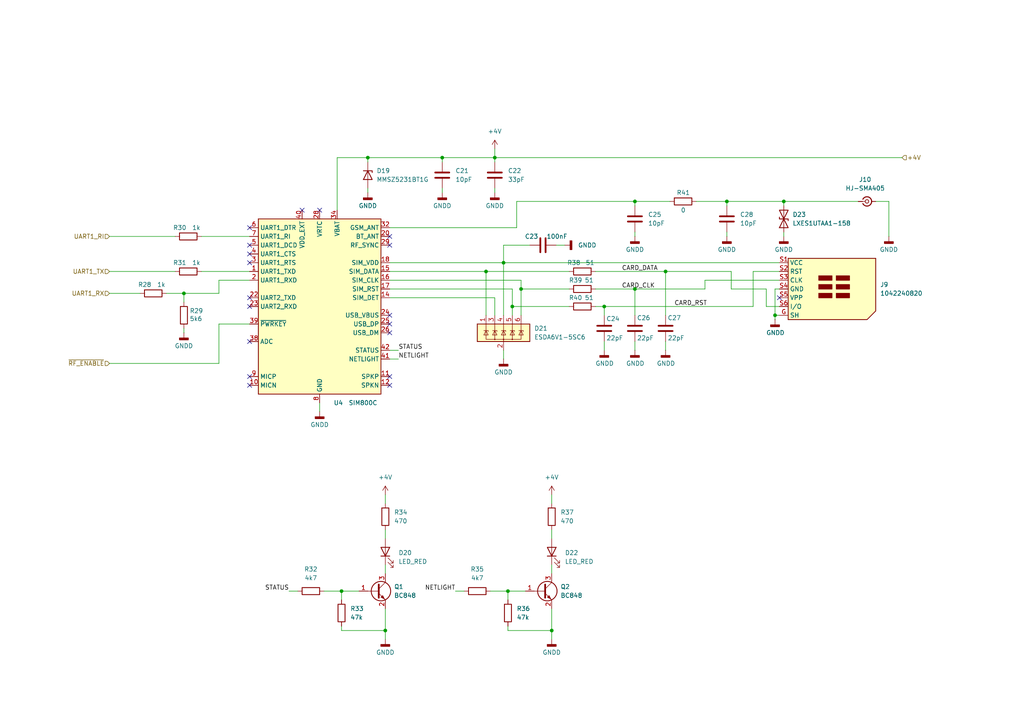
<source format=kicad_sch>
(kicad_sch (version 20250114) (generator "eeschema") (generator_version "9.0")
  (paper "A4")
  (lib_symbols
    (symbol "Device:C" (pin_numbers (hide yes)) (pin_names (offset 0.254))
      (property "Reference" "C" (at 0.635 2.54 0))
      (property "Value" "C" (at 0.635 -2.54 0))
      (symbol "C_0_1"
        (polyline (pts (xy -2.032 0.762) (xy 2.032 0.762)) (stroke (width 0.508)))
        (polyline (pts (xy -2.032 -0.762) (xy 2.032 -0.762)) (stroke (width 0.508)))
      )
      (symbol "C_1_1"
        (pin passive line (at 0 3.81 270) (length 2.794) (name "~") (number "1"))
        (pin passive line (at 0 -3.81 90) (length 2.794) (name "~") (number "2"))
      )
    )
    (symbol "Device:D_TVS" (pin_numbers (hide yes)) (pin_names (offset 1.016) (hide yes))
      (property "Reference" "D" (at 0 2.54 0))
      (property "Value" "D_TVS" (at 0 -2.54 0))
      (symbol "D_TVS_0_1"
        (polyline (pts (xy -2.54 1.27) (xy -2.54 -1.27) (xy 2.54 1.27) (xy 2.54 -1.27) (xy -2.54 1.27)) (stroke (width 0.254)))
        (polyline (pts (xy 0.508 1.27) (xy 0 1.27) (xy 0 -1.27) (xy -0.508 -1.27)) (stroke (width 0.254)))
        (polyline (pts (xy 1.27 0) (xy -1.27 0)))
      )
      (symbol "D_TVS_1_1"
        (pin passive line (at -3.81 0 0) (length 2.54) (name "A1") (number "1"))
        (pin passive line (at 3.81 0 180) (length 2.54) (name "A2") (number "2"))
      )
    )
    (symbol "Device:D_Zener" (pin_numbers (hide yes)) (pin_names (offset 1.016) (hide yes))
      (property "Reference" "D" (at 0 2.54 0))
      (property "Value" "D_Zener" (at 0 -2.54 0))
      (symbol "D_Zener_0_1"
        (polyline (pts (xy -1.27 -1.27) (xy -1.27 1.27) (xy -0.762 1.27)) (stroke (width 0.254)))
        (polyline (pts (xy 1.27 0) (xy -1.27 0)))
        (polyline (pts (xy 1.27 -1.27) (xy 1.27 1.27) (xy -1.27 0) (xy 1.27 -1.27)) (stroke (width 0.254)))
      )
      (symbol "D_Zener_1_1"
        (pin passive line (at -3.81 0 0) (length 2.54) (name "K") (number "1"))
        (pin passive line (at 3.81 0 180) (length 2.54) (name "A") (number "2"))
      )
    )
    (symbol "Device:LED" (pin_numbers (hide yes)) (pin_names (offset 1.016) (hide yes))
      (property "Reference" "D" (at 0 2.54 0))
      (property "Value" "LED" (at 0 -2.54 0))
      (symbol "LED_0_1"
        (polyline (pts (xy -3.048 -0.762) (xy -4.572 -2.286) (xy -3.81 -2.286) (xy -4.572 -2.286) (xy -4.572 -1.524)))
        (polyline (pts (xy -1.778 -0.762) (xy -3.302 -2.286) (xy -2.54 -2.286) (xy -3.302 -2.286) (xy -3.302 -1.524)))
        (polyline (pts (xy -1.27 0) (xy 1.27 0)))
        (polyline (pts (xy -1.27 -1.27) (xy -1.27 1.27)) (stroke (width 0.254)))
        (polyline (pts (xy 1.27 -1.27) (xy 1.27 1.27) (xy -1.27 0) (xy 1.27 -1.27)) (stroke (width 0.254)))
      )
      (symbol "LED_1_1"
        (pin passive line (at -3.81 0 0) (length 2.54) (name "K") (number "1"))
        (pin passive line (at 3.81 0 180) (length 2.54) (name "A") (number "2"))
      )
    )
    (symbol "Device:R" (pin_numbers (hide yes)) (pin_names (offset 0))
      (property "Reference" "R" (at 2.032 0 90))
      (property "Value" "R" (at 0 0 90))
      (symbol "R_0_1"
        (rectangle (start -1.016 -2.54) (end 1.016 2.54) (stroke (width 0.254)))
      )
      (symbol "R_1_1"
        (pin passive line (at 0 3.81 270) (length 1.27) (name "~") (number "1"))
        (pin passive line (at 0 -3.81 90) (length 1.27) (name "~") (number "2"))
      )
    )
    (symbol "Power_Protection:ESDA6V1-5SC6" (pin_names (hide yes))
      (property "Reference" "D" (at -5.08 -3.81 0))
      (property "Value" "ESDA6V1-5SC6" (at 2.54 -3.81 0))
      (symbol "ESDA6V1-5SC6_0_0"
        (pin passive line (at 0 -5.08 90) (length 2.54) (name "GND") (number "2"))
      )
      (symbol "ESDA6V1-5SC6_0_1"
        (rectangle (start -7.62 2.54) (end 7.62 -2.54) (stroke (width 0.254)) (fill (type background)))
        (polyline (pts (xy -5.715 0.635) (xy -4.445 0.635) (xy -4.445 0.381)))
        (polyline (pts (xy -5.715 -0.635) (xy -4.445 -0.635) (xy -5.08 0.635) (xy -5.715 -0.635)))
        (polyline (pts (xy -5.08 2.54) (xy -5.08 -1.905) (xy 5.08 -1.905) (xy 5.08 2.54)))
        (polyline (pts (xy -3.175 0.635) (xy -1.905 0.635) (xy -1.905 0.381)))
        (polyline (pts (xy -3.175 -0.635) (xy -1.905 -0.635) (xy -2.54 0.635) (xy -3.175 -0.635)))
        (polyline (pts (xy -2.54 2.54) (xy -2.54 -1.905)))
        (circle (center -2.54 -1.905) (radius 0.127))
        (polyline (pts (xy -0.635 0.635) (xy 0.635 0.635) (xy 0.635 0.381)))
        (polyline (pts (xy -0.635 -0.635) (xy 0.635 -0.635) (xy 0 0.635) (xy -0.635 -0.635)))
        (polyline (pts (xy 0 2.54) (xy 0 -2.54)))
        (circle (center 0 -1.905) (radius 0.127))
        (polyline (pts (xy 1.905 0.635) (xy 3.175 0.635) (xy 3.175 0.381)))
        (polyline (pts (xy 1.905 -0.635) (xy 3.175 -0.635) (xy 2.54 0.635) (xy 1.905 -0.635)))
        (polyline (pts (xy 2.54 2.54) (xy 2.54 -1.905)))
        (circle (center 2.54 -1.905) (radius 0.127))
        (polyline (pts (xy 4.445 0.635) (xy 5.715 0.635) (xy 5.715 0.381)))
        (polyline (pts (xy 4.445 -0.635) (xy 5.715 -0.635) (xy 5.08 0.635) (xy 4.445 -0.635)))
      )
      (symbol "ESDA6V1-5SC6_1_1"
        (pin passive line (at -5.08 5.08 270) (length 2.54) (name "IO1") (number "1"))
        (pin passive line (at -2.54 5.08 270) (length 2.54) (name "IO2") (number "3"))
        (pin passive line (at 0 5.08 270) (length 2.54) (name "IO3") (number "4"))
        (pin passive line (at 2.54 5.08 270) (length 2.54) (name "IO4") (number "5"))
        (pin passive line (at 5.08 5.08 270) (length 2.54) (name "IO5") (number "6"))
      )
    )
    (symbol "RF_GSM:SIM800C"
      (property "Reference" "U" (at -15.24 26.67 0))
      (property "Value" "SIM800C" (at 12.7 26.67 0))
      (symbol "SIM800C_0_1"
        (rectangle (start -17.78 25.4) (end 17.78 -25.4) (stroke (width 0.254)) (fill (type background)))
      )
      (symbol "SIM800C_1_1"
        (pin input line (at -20.32 22.86 0) (length 2.54) (name "UART1_DTR") (number "6"))
        (pin output line (at -20.32 20.32 0) (length 2.54) (name "UART1_RI") (number "7"))
        (pin output line (at -20.32 17.78 0) (length 2.54) (name "UART1_DCD") (number "5"))
        (pin output line (at -20.32 15.24 0) (length 2.54) (name "UART1_CTS") (number "4"))
        (pin input line (at -20.32 12.7 0) (length 2.54) (name "UART1_RTS") (number "3"))
        (pin output line (at -20.32 10.16 0) (length 2.54) (name "UART1_TXD") (number "1"))
        (pin input line (at -20.32 7.62 0) (length 2.54) (name "UART1_RXD") (number "2"))
        (pin output line (at -20.32 2.54 0) (length 2.54) (name "UART2_TXD") (number "22"))
        (pin input line (at -20.32 0 0) (length 2.54) (name "UART2_RXD") (number "23"))
        (pin input line (at -20.32 -5.08 0) (length 2.54) (name "~{PWRKEY}") (number "39"))
        (pin input line (at -20.32 -10.16 0) (length 2.54) (name "ADC") (number "38"))
        (pin input line (at -20.32 -20.32 0) (length 2.54) (name "MICP") (number "9"))
        (pin input line (at -20.32 -22.86 0) (length 2.54) (name "MICN") (number "10"))
        (pin power_out line (at -5.08 27.94 270) (length 2.54) (name "VDD_EXT") (number "40"))
        (pin power_in line (at 0 27.94 270) (length 2.54) (name "VRTC") (number "28"))
        (pin passive line (at 0 -27.94 90) (length 2.54) (hide yes) (name "GND") (number "13"))
        (pin passive line (at 0 -27.94 90) (length 2.54) (hide yes) (name "GND") (number "19"))
        (pin passive line (at 0 -27.94 90) (length 2.54) (hide yes) (name "GND") (number "21"))
        (pin passive line (at 0 -27.94 90) (length 2.54) (hide yes) (name "GND") (number "27"))
        (pin passive line (at 0 -27.94 90) (length 2.54) (hide yes) (name "GND") (number "30"))
        (pin passive line (at 0 -27.94 90) (length 2.54) (hide yes) (name "GND") (number "31"))
        (pin passive line (at 0 -27.94 90) (length 2.54) (hide yes) (name "GND") (number "33"))
        (pin passive line (at 0 -27.94 90) (length 2.54) (hide yes) (name "GND") (number "36"))
        (pin passive line (at 0 -27.94 90) (length 2.54) (hide yes) (name "GND") (number "37"))
        (pin power_in line (at 0 -27.94 90) (length 2.54) (name "GND") (number "8"))
        (pin power_in line (at 5.08 27.94 270) (length 2.54) (name "VBAT") (number "34"))
        (pin passive line (at 5.08 27.94 270) (length 2.54) (hide yes) (name "VBAT") (number "35"))
        (pin passive line (at 20.32 22.86 180) (length 2.54) (name "GSM_ANT") (number "32"))
        (pin passive line (at 20.32 20.32 180) (length 2.54) (name "BT_ANT") (number "20"))
        (pin output line (at 20.32 17.78 180) (length 2.54) (name "RF_SYNC") (number "29"))
        (pin power_out line (at 20.32 12.7 180) (length 2.54) (name "SIM_VDD") (number "18"))
        (pin bidirectional line (at 20.32 10.16 180) (length 2.54) (name "SIM_DATA") (number "15"))
        (pin output line (at 20.32 7.62 180) (length 2.54) (name "SIM_CLK") (number "16"))
        (pin output line (at 20.32 5.08 180) (length 2.54) (name "SIM_RST") (number "17"))
        (pin input line (at 20.32 2.54 180) (length 2.54) (name "SIM_DET") (number "14"))
        (pin input line (at 20.32 -2.54 180) (length 2.54) (name "USB_VBUS") (number "24"))
        (pin bidirectional line (at 20.32 -5.08 180) (length 2.54) (name "USB_DP") (number "25"))
        (pin bidirectional line (at 20.32 -7.62 180) (length 2.54) (name "USB_DM") (number "26"))
        (pin output line (at 20.32 -12.7 180) (length 2.54) (name "STATUS") (number "42"))
        (pin output line (at 20.32 -15.24 180) (length 2.54) (name "NETLIGHT") (number "41"))
        (pin output line (at 20.32 -20.32 180) (length 2.54) (name "SPKP") (number "11"))
        (pin output line (at 20.32 -22.86 180) (length 2.54) (name "SPKN") (number "12"))
      )
    )
    (symbol "Transistor_BJT:BC848" (pin_names (offset 0) (hide yes))
      (property "Reference" "Q" (at 5.08 1.905 0))
      (property "Value" "BC848" (at 5.08 0 0))
      (symbol "BC848_0_1"
        (polyline (pts (xy -2.54 0) (xy 0.635 0)))
        (polyline (pts (xy 0.635 1.905) (xy 0.635 -1.905)) (stroke (width 0.508)))
        (circle (center 1.27 0) (radius 2.8194) (stroke (width 0.254)))
      )
      (symbol "BC848_1_1"
        (polyline (pts (xy 0.635 0.635) (xy 2.54 2.54)))
        (polyline (pts (xy 0.635 -0.635) (xy 2.54 -2.54)))
        (polyline (pts (xy 1.27 -1.778) (xy 1.778 -1.27) (xy 2.286 -2.286) (xy 1.27 -1.778)) (fill (type outline)))
        (pin input line (at -5.08 0 0) (length 2.54) (name "B") (number "1"))
        (pin passive line (at 2.54 5.08 270) (length 2.54) (name "C") (number "3"))
        (pin passive line (at 2.54 -5.08 90) (length 2.54) (name "E") (number "2"))
      )
    )
    (symbol "power:+4V" (power) (pin_numbers (hide yes)) (pin_names (offset 0) (hide yes))
      (property "Value" "+4V" (at 0 3.556 0))
      (symbol "+4V_0_1"
        (polyline (pts (xy -0.762 1.27) (xy 0 2.54)))
        (polyline (pts (xy 0 2.54) (xy 0.762 1.27)))
        (polyline (pts (xy 0 0) (xy 0 2.54)))
      )
      (symbol "+4V_1_1"
        (pin power_in line (at 0 0 90) (length 0) (name "~") (number "1"))
      )
    )
    (symbol "power:GNDD" (power) (pin_numbers (hide yes)) (pin_names (offset 0) (hide yes))
      (property "Value" "GNDD" (at 0 -3.175 0))
      (symbol "GNDD_0_1"
        (rectangle (start -1.27 -1.524) (end 1.27 -2.032) (stroke (width 0.254)) (fill (type outline)))
        (polyline (pts (xy 0 0) (xy 0 -1.524)))
      )
      (symbol "GNDD_1_1"
        (pin power_in line (at 0 0 270) (length 0) (name "~") (number "1"))
      )
    )
    (symbol "symbols:SIM_Card_Shielded_1042240820_Molex"
      (property "Reference" "J" (at 2.54 12.7 0))
      (property "Value" "1042240820" (at 8.128 10.16 0))
      (symbol "SIM_Card_Shielded_1042240820_Molex_0_1"
        (polyline (pts (xy -10.16 8.89) (xy -10.16 -8.89) (xy 12.7 -8.89) (xy 15.24 -6.35) (xy 15.24 8.89) (xy -10.16 8.89)) (stroke (width 0.254)) (fill (type background)))
        (rectangle (start -1.27 2.54) (end 2.54 3.81) (stroke (width 0.254)) (fill (type outline)))
        (rectangle (start -1.27 0) (end 2.54 1.27) (stroke (width 0.254)) (fill (type outline)))
        (rectangle (start -1.27 -2.54) (end 2.54 -1.27) (stroke (width 0.254)) (fill (type outline)))
        (rectangle (start 3.81 2.54) (end 7.62 3.81) (stroke (width 0.254)) (fill (type outline)))
        (rectangle (start 3.81 0) (end 7.62 1.27) (stroke (width 0.254)) (fill (type outline)))
        (rectangle (start 3.81 -1.27) (end 7.62 -2.54) (stroke (width 0.254)) (fill (type outline)))
      )
      (symbol "SIM_Card_Shielded_1042240820_Molex_1_1"
        (pin power_in line (at -12.7 7.62 0) (length 2.54) (name "VCC") (number "S1"))
        (pin input line (at -12.7 5.08 0) (length 2.54) (name "RST") (number "S2"))
        (pin input line (at -12.7 2.54 0) (length 2.54) (name "CLK") (number "S3"))
        (pin power_in line (at -12.7 0 0) (length 2.54) (name "GND") (number "S4"))
        (pin input line (at -12.7 -2.54 0) (length 2.54) (name "VPP") (number "S5"))
        (pin bidirectional line (at -12.7 -5.08 0) (length 2.54) (name "I/O") (number "S6"))
        (pin passive line (at -12.7 -7.62 0) (length 2.54) (name "SH") (number "G"))
        (pin no_connect line (at 17.78 7.62 180) (length 2.54) (hide yes) (name "NC") (number "11"))
        (pin no_connect line (at 17.78 5.08 180) (length 2.54) (hide yes) (name "NC") (number "12"))
      )
    )
    (symbol "symbols:SMA_conn_HJ-SMA405" (pin_numbers (hide yes)) (pin_names (offset 1.016) (hide yes))
      (property "Reference" "J" (at 0.254 3.048 0))
      (property "Value" "SMA_conn_HJ-SMA405" (at 0 -3.81 0))
      (symbol "SMA_conn_HJ-SMA405_0_1"
        (polyline (pts (xy -2.54 0) (xy -0.508 0)))
        (circle (center 0 0) (radius 0.508) (stroke (width 0.2032)))
      )
      (symbol "SMA_conn_HJ-SMA405_1_1"
        (arc (start 1.3484 0.0039) (mid 0.327 -1.308) (end -1.1916 -0.6311) (stroke (width 0.3048)))
        (arc (start -1.1916 0.6311) (mid 0.327 1.3081) (end 1.3484 -0.0039) (stroke (width 0.3048)))
        (pin passive line (at -2.54 0 0) (length 1.27) (name "In") (number "1"))
        (pin passive line (at 2.54 0 180) (length 1.27) (name "Ext") (number "2"))
      )
    )
  )
  (junction (at 53.34 85.09))
  (junction (at 143.51 45.72))
  (junction (at 111.76 182.88))
  (junction (at 193.04 78.74))
  (junction (at 184.15 58.42))
  (junction (at 148.59 88.9))
  (junction (at 224.79 91.44))
  (junction (at 160.02 182.88))
  (junction (at 128.27 45.72))
  (junction (at 147.32 171.45))
  (junction (at 175.26 88.9))
  (junction (at 140.97 78.74))
  (junction (at 210.82 58.42))
  (junction (at 146.05 76.2))
  (junction (at 151.13 83.82))
  (junction (at 99.06 171.45))
  (junction (at 106.68 45.72))
  (junction (at 227.33 58.42))
  (junction (at 184.15 83.82))
  (no_connect (at 113.03 109.22))
  (no_connect (at 72.39 66.04))
  (no_connect (at 72.39 88.9))
  (no_connect (at 113.03 91.44))
  (no_connect (at 72.39 99.06))
  (no_connect (at 113.03 68.58))
  (no_connect (at 113.03 111.76))
  (no_connect (at 92.71 60.96))
  (no_connect (at 72.39 76.2))
  (no_connect (at 113.03 71.12))
  (no_connect (at 113.03 93.98))
  (no_connect (at 72.39 111.76))
  (no_connect (at 72.39 71.12))
  (no_connect (at 72.39 73.66))
  (no_connect (at 72.39 109.22))
  (no_connect (at 226.06 86.36))
  (no_connect (at 72.39 86.36))
  (no_connect (at 87.63 60.96))
  (no_connect (at 113.03 96.52))
  (wire (pts (xy 53.34 85.09) (xy 63.5 85.09)))
  (wire (pts (xy 58.42 78.74) (xy 72.39 78.74)))
  (wire (pts (xy 106.68 45.72) (xy 97.79 45.72)))
  (wire (pts (xy 147.32 182.88) (xy 160.02 182.88)))
  (wire (pts (xy 31.75 105.41) (xy 63.5 105.41)))
  (wire (pts (xy 151.13 83.82) (xy 165.1 83.82)))
  (wire (pts (xy 218.44 78.74) (xy 226.06 78.74)))
  (wire (pts (xy 111.76 176.53) (xy 111.76 182.88)))
  (wire (pts (xy 261.62 45.72) (xy 143.51 45.72)))
  (wire (pts (xy 175.26 88.9) (xy 218.44 88.9)))
  (wire (pts (xy 160.02 182.88) (xy 160.02 185.42)))
  (wire (pts (xy 99.06 181.61) (xy 99.06 182.88)))
  (wire (pts (xy 184.15 67.31) (xy 184.15 68.58)))
  (wire (pts (xy 227.33 58.42) (xy 248.92 58.42)))
  (wire (pts (xy 184.15 58.42) (xy 149.86 58.42)))
  (wire (pts (xy 63.5 105.41) (xy 63.5 93.98)))
  (wire (pts (xy 224.79 83.82) (xy 224.79 91.44)))
  (wire (pts (xy 161.29 71.12) (xy 163.83 71.12)))
  (wire (pts (xy 97.79 45.72) (xy 97.79 60.96)))
  (wire (pts (xy 254 58.42) (xy 257.81 58.42)))
  (wire (pts (xy 160.02 163.83) (xy 160.02 166.37)))
  (wire (pts (xy 31.75 85.09) (xy 40.64 85.09)))
  (wire (pts (xy 143.51 54.61) (xy 143.51 55.88)))
  (wire (pts (xy 172.72 78.74) (xy 193.04 78.74)))
  (wire (pts (xy 227.33 58.42) (xy 227.33 59.69)))
  (wire (pts (xy 83.82 171.45) (xy 86.36 171.45)))
  (wire (pts (xy 165.1 78.74) (xy 140.97 78.74)))
  (wire (pts (xy 222.25 88.9) (xy 226.06 88.9)))
  (wire (pts (xy 143.51 45.72) (xy 143.51 46.99)))
  (wire (pts (xy 63.5 81.28) (xy 72.39 81.28)))
  (wire (pts (xy 184.15 83.82) (xy 204.47 83.82)))
  (wire (pts (xy 63.5 85.09) (xy 63.5 81.28)))
  (wire (pts (xy 257.81 58.42) (xy 257.81 68.58)))
  (wire (pts (xy 113.03 101.6) (xy 115.57 101.6)))
  (wire (pts (xy 48.26 85.09) (xy 53.34 85.09)))
  (wire (pts (xy 146.05 71.12) (xy 146.05 76.2)))
  (wire (pts (xy 99.06 171.45) (xy 104.14 171.45)))
  (wire (pts (xy 147.32 181.61) (xy 147.32 182.88)))
  (wire (pts (xy 113.03 83.82) (xy 148.59 83.82)))
  (wire (pts (xy 31.75 78.74) (xy 50.8 78.74)))
  (wire (pts (xy 212.09 78.74) (xy 212.09 83.82)))
  (wire (pts (xy 147.32 171.45) (xy 152.4 171.45)))
  (wire (pts (xy 146.05 76.2) (xy 226.06 76.2)))
  (wire (pts (xy 132.08 171.45) (xy 134.62 171.45)))
  (wire (pts (xy 212.09 83.82) (xy 222.25 83.82)))
  (wire (pts (xy 153.67 71.12) (xy 146.05 71.12)))
  (wire (pts (xy 193.04 99.06) (xy 193.04 101.6)))
  (wire (pts (xy 111.76 153.67) (xy 111.76 156.21)))
  (wire (pts (xy 106.68 54.61) (xy 106.68 55.88)))
  (wire (pts (xy 210.82 58.42) (xy 227.33 58.42)))
  (wire (pts (xy 113.03 76.2) (xy 146.05 76.2)))
  (wire (pts (xy 184.15 58.42) (xy 184.15 59.69)))
  (wire (pts (xy 58.42 68.58) (xy 72.39 68.58)))
  (wire (pts (xy 193.04 78.74) (xy 193.04 91.44)))
  (wire (pts (xy 128.27 45.72) (xy 106.68 45.72)))
  (wire (pts (xy 172.72 88.9) (xy 175.26 88.9)))
  (wire (pts (xy 226.06 83.82) (xy 224.79 83.82)))
  (wire (pts (xy 143.51 43.18) (xy 143.51 45.72)))
  (wire (pts (xy 111.76 143.51) (xy 111.76 146.05)))
  (wire (pts (xy 204.47 83.82) (xy 204.47 81.28)))
  (wire (pts (xy 147.32 171.45) (xy 147.32 173.99)))
  (wire (pts (xy 53.34 85.09) (xy 53.34 87.63)))
  (wire (pts (xy 63.5 93.98) (xy 72.39 93.98)))
  (wire (pts (xy 31.75 68.58) (xy 50.8 68.58)))
  (wire (pts (xy 113.03 86.36) (xy 143.51 86.36)))
  (wire (pts (xy 184.15 99.06) (xy 184.15 101.6)))
  (wire (pts (xy 53.34 95.25) (xy 53.34 96.52)))
  (wire (pts (xy 93.98 171.45) (xy 99.06 171.45)))
  (wire (pts (xy 106.68 45.72) (xy 106.68 46.99)))
  (wire (pts (xy 193.04 78.74) (xy 212.09 78.74)))
  (wire (pts (xy 140.97 78.74) (xy 140.97 91.44)))
  (wire (pts (xy 160.02 143.51) (xy 160.02 146.05)))
  (wire (pts (xy 194.31 58.42) (xy 184.15 58.42)))
  (wire (pts (xy 111.76 182.88) (xy 111.76 185.42)))
  (wire (pts (xy 111.76 163.83) (xy 111.76 166.37)))
  (wire (pts (xy 151.13 83.82) (xy 151.13 91.44)))
  (wire (pts (xy 99.06 182.88) (xy 111.76 182.88)))
  (wire (pts (xy 149.86 66.04) (xy 113.03 66.04)))
  (wire (pts (xy 226.06 91.44) (xy 224.79 91.44)))
  (wire (pts (xy 143.51 86.36) (xy 143.51 91.44)))
  (wire (pts (xy 113.03 81.28) (xy 151.13 81.28)))
  (wire (pts (xy 151.13 81.28) (xy 151.13 83.82)))
  (wire (pts (xy 175.26 99.06) (xy 175.26 101.6)))
  (wire (pts (xy 160.02 176.53) (xy 160.02 182.88)))
  (wire (pts (xy 218.44 88.9) (xy 218.44 78.74)))
  (wire (pts (xy 210.82 58.42) (xy 210.82 59.69)))
  (wire (pts (xy 222.25 83.82) (xy 222.25 88.9)))
  (wire (pts (xy 204.47 81.28) (xy 226.06 81.28)))
  (wire (pts (xy 148.59 83.82) (xy 148.59 88.9)))
  (wire (pts (xy 224.79 91.44) (xy 224.79 92.71)))
  (wire (pts (xy 143.51 45.72) (xy 128.27 45.72)))
  (wire (pts (xy 99.06 171.45) (xy 99.06 173.99)))
  (wire (pts (xy 142.24 171.45) (xy 147.32 171.45)))
  (wire (pts (xy 149.86 58.42) (xy 149.86 66.04)))
  (wire (pts (xy 175.26 88.9) (xy 175.26 91.44)))
  (wire (pts (xy 128.27 54.61) (xy 128.27 55.88)))
  (wire (pts (xy 184.15 83.82) (xy 184.15 91.44)))
  (wire (pts (xy 113.03 78.74) (xy 140.97 78.74)))
  (wire (pts (xy 92.71 116.84) (xy 92.71 119.38)))
  (wire (pts (xy 201.93 58.42) (xy 210.82 58.42)))
  (wire (pts (xy 128.27 45.72) (xy 128.27 46.99)))
  (wire (pts (xy 148.59 88.9) (xy 165.1 88.9)))
  (wire (pts (xy 148.59 88.9) (xy 148.59 91.44)))
  (wire (pts (xy 146.05 101.6) (xy 146.05 104.14)))
  (wire (pts (xy 210.82 67.31) (xy 210.82 68.58)))
  (wire (pts (xy 160.02 153.67) (xy 160.02 156.21)))
  (wire (pts (xy 146.05 76.2) (xy 146.05 91.44)))
  (wire (pts (xy 227.33 67.31) (xy 227.33 68.58)))
  (wire (pts (xy 172.72 83.82) (xy 184.15 83.82)))
  (wire (pts (xy 113.03 104.14) (xy 115.57 104.14)))
  (label "STATUS" (at 115.57 101.6 0))
  (label "CARD_DATA" (at 180.34 78.74 0))
  (label "CARD_RST" (at 195.58 88.9 0))
  (label "NETLIGHT" (at 115.57 104.14 0))
  (label "STATUS" (at 83.82 171.45 180))
  (label "CARD_CLK" (at 180.34 83.82 0))
  (label "NETLIGHT" (at 132.08 171.45 180))
  (hierarchical_label "UART1_RX" (shape input) (at 31.75 85.09 180))
  (hierarchical_label "~{RF_ENABLE}" (shape input) (at 31.75 105.41 180))
  (hierarchical_label "UART1_TX" (shape input) (at 31.75 78.74 180))
  (hierarchical_label "+4V" (shape input) (at 261.62 45.72 0))
  (hierarchical_label "UART1_RI" (shape input) (at 31.75 68.58 180))
  (symbol (lib_id "Device:R") (at 90.17 171.45 90) (unit 1)
    (property "Reference" "R32" (at 90.17 165.1 90))
    (property "Value" "4k7" (at 90.17 167.64 90))
    (property "Footprint" "Resistor_SMD:R_0805_2012Metric_Pad1.20x1.40mm_HandSolder" (effects (hide yes)))
    (property "Description" "Resistor" (effects (hide yes)))
  )
  (symbol (lib_id "power:GNDD") (at 210.82 68.58 0) (unit 1)
    (property "Reference" "#PWR078" (effects (hide yes)))
    (property "Value" "GNDD" (at 210.82 72.39 0))
    (property "Description" "Power symbol creates a global label with name \"GNDD\" , digital ground" (effects (hide yes)))
  )
  (symbol (lib_id "power:GNDD") (at 128.27 55.88 0) (unit 1)
    (property "Reference" "#PWR067" (effects (hide yes)))
    (property "Value" "GNDD" (at 128.27 59.69 0))
    (property "Description" "Power symbol creates a global label with name \"GNDD\" , digital ground" (effects (hide yes)))
  )
  (symbol (lib_id "Device:R") (at 168.91 78.74 90) (unit 1)
    (property "Reference" "R38" (at 168.402 76.2 90) (effects (justify left)))
    (property "Value" "51" (at 172.466 76.2 90) (effects (justify left)))
    (property "Footprint" "Resistor_SMD:R_0805_2012Metric_Pad1.20x1.40mm_HandSolder" (effects (hide yes)))
    (property "Description" "Resistor" (effects (hide yes)))
  )
  (symbol (lib_id "power:GNDD") (at 53.34 96.52 0) (unit 1)
    (property "Reference" "#PWR062" (effects (hide yes)))
    (property "Value" "GNDD" (at 53.34 100.33 0))
    (property "Description" "Power symbol creates a global label with name \"GNDD\" , digital ground" (effects (hide yes)))
  )
  (symbol (lib_id "Device:R") (at 44.45 85.09 90) (unit 1)
    (property "Reference" "R28" (at 43.942 82.55 90) (effects (justify left)))
    (property "Value" "1k" (at 48.006 82.55 90) (effects (justify left)))
    (property "Footprint" "Resistor_SMD:R_0805_2012Metric_Pad1.20x1.40mm_HandSolder" (effects (hide yes)))
    (property "Description" "Resistor" (effects (hide yes)))
  )
  (symbol (lib_id "Device:R") (at 99.06 177.8 0) (unit 1)
    (property "Reference" "R33" (at 101.6 176.5299 0) (effects (justify left)))
    (property "Value" "47k" (at 101.6 179.0699 0) (effects (justify left)))
    (property "Footprint" "Resistor_SMD:R_0805_2012Metric_Pad1.20x1.40mm_HandSolder" (effects (hide yes)))
    (property "Description" "Resistor" (effects (hide yes)))
  )
  (symbol (lib_id "Device:D_TVS") (at 227.33 63.5 90) (unit 1)
    (property "Reference" "D23" (at 229.87 62.2299 90) (effects (justify right)))
    (property "Value" "LXES1UTAA1-158" (at 229.87 64.7699 90) (effects (justify right)))
    (property "Footprint" "Diode_SMD:D_01005_0402Metric_Pad0.57x0.30mm_HandSolder" (effects (hide yes)))
    (property "Description" "Bidirectional transient-voltage-suppression diode" (effects (hide yes)))
  )
  (symbol (lib_id "power:GNDD") (at 146.05 104.14 0) (unit 1)
    (property "Reference" "#PWR070" (effects (hide yes)))
    (property "Value" "GNDD" (at 146.05 107.95 0))
    (property "Description" "Power symbol creates a global label with name \"GNDD\" , digital ground" (effects (hide yes)))
  )
  (symbol (lib_id "Device:R") (at 168.91 83.82 90) (unit 1)
    (property "Reference" "R39" (at 168.91 81.28 90) (effects (justify left)))
    (property "Value" "51" (at 172.212 81.28 90) (effects (justify left)))
    (property "Footprint" "Resistor_SMD:R_0805_2012Metric_Pad1.20x1.40mm_HandSolder" (effects (hide yes)))
    (property "Description" "Resistor" (effects (hide yes)))
  )
  (symbol (lib_id "power:GNDD") (at 224.79 92.71 0) (unit 1)
    (property "Reference" "#PWR079" (effects (hide yes)))
    (property "Value" "GNDD" (at 227.584 96.52 0) (effects (justify right)))
    (property "Description" "Power symbol creates a global label with name \"GNDD\" , digital ground" (effects (hide yes)))
  )
  (symbol (lib_id "Device:C") (at 143.51 50.8 180) (unit 1)
    (property "Reference" "C22" (at 147.32 49.5299 0) (effects (justify right)))
    (property "Value" "33pF" (at 147.32 52.0699 0) (effects (justify right)))
    (property "Footprint" "Capacitor_SMD:C_0805_2012Metric_Pad1.18x1.45mm_HandSolder" (effects (hide yes)))
    (property "Description" "Unpolarized capacitor" (effects (hide yes)))
  )
  (symbol (lib_id "Device:R") (at 53.34 91.44 180) (unit 1)
    (property "Reference" "R29" (at 58.928 90.17 0) (effects (justify left)))
    (property "Value" "5k6" (at 58.674 92.456 0) (effects (justify left)))
    (property "Footprint" "Resistor_SMD:R_0805_2012Metric_Pad1.20x1.40mm_HandSolder" (effects (hide yes)))
    (property "Description" "Resistor" (effects (hide yes)))
  )
  (symbol (lib_id "Device:LED") (at 111.76 160.02 90) (unit 1)
    (property "Reference" "D20" (at 115.57 160.3374 90) (effects (justify right)))
    (property "Value" "LED_RED" (at 115.57 162.8774 90) (effects (justify right)))
    (property "Footprint" "LED_SMD:LED_0805_2012Metric_Pad1.15x1.40mm_HandSolder" (effects (hide yes)))
    (property "Description" "Light emitting diode" (effects (hide yes)))
    (property "Sim.Pins" "1=K 2=A" (effects (hide yes)))
  )
  (symbol (lib_id "power:GNDD") (at 227.33 68.58 0) (unit 1)
    (property "Reference" "#PWR080" (effects (hide yes)))
    (property "Value" "GNDD" (at 227.33 72.39 0))
    (property "Description" "Power symbol creates a global label with name \"GNDD\" , digital ground" (effects (hide yes)))
  )
  (symbol (lib_id "Device:D_Zener") (at 106.68 50.8 270) (unit 1)
    (property "Reference" "D19" (at 109.22 49.5299 90) (effects (justify left)))
    (property "Value" "MMSZ5231BT1G" (at 109.22 52.0699 90) (effects (justify left)))
    (property "Footprint" "Diode_SMD:D_SOD-123" (effects (hide yes)))
    (property "Description" "Zener diode" (effects (hide yes)))
  )
  (symbol (lib_id "power:GNDD") (at 111.76 185.42 0) (unit 1)
    (property "Reference" "#PWR066" (effects (hide yes)))
    (property "Value" "GNDD" (at 111.76 189.23 0))
    (property "Description" "Power symbol creates a global label with name \"GNDD\" , digital ground" (effects (hide yes)))
  )
  (symbol (lib_id "power:GNDD") (at 160.02 185.42 0) (unit 1)
    (property "Reference" "#PWR072" (effects (hide yes)))
    (property "Value" "GNDD" (at 160.02 189.23 0))
    (property "Description" "Power symbol creates a global label with name \"GNDD\" , digital ground" (effects (hide yes)))
  )
  (symbol (lib_id "Device:C") (at 210.82 63.5 180) (unit 1)
    (property "Reference" "C28" (at 214.63 62.2299 0) (effects (justify right)))
    (property "Value" "10pF" (at 214.63 64.7699 0) (effects (justify right)))
    (property "Footprint" "Capacitor_SMD:C_0805_2012Metric_Pad1.18x1.45mm_HandSolder" (effects (hide yes)))
    (property "Description" "Unpolarized capacitor" (effects (hide yes)))
  )
  (symbol (lib_id "power:GNDD") (at 106.68 55.88 0) (unit 1)
    (property "Reference" "#PWR064" (effects (hide yes)))
    (property "Value" "GNDD" (at 106.68 59.69 0))
    (property "Description" "Power symbol creates a global label with name \"GNDD\" , digital ground" (effects (hide yes)))
  )
  (symbol (lib_id "power:GNDD") (at 143.51 55.88 0) (unit 1)
    (property "Reference" "#PWR069" (effects (hide yes)))
    (property "Value" "GNDD" (at 143.51 59.69 0))
    (property "Description" "Power symbol creates a global label with name \"GNDD\" , digital ground" (effects (hide yes)))
  )
  (symbol (lib_id "symbols:SIM_Card_Shielded_1042240820_Molex") (at 238.76 83.82 0) (unit 1)
    (property "Reference" "J9" (at 255.27 82.5499 0) (effects (justify left)))
    (property "Value" "1042240820" (at 255.27 85.0899 0) (effects (justify left)))
    (property "Footprint" "footprints:1042240820_MOLEX" (effects (hide yes)))
    (property "Datasheet" "kicad-embed://molex-1042240820.pdf" (effects (hide yes)))
    (property "Description" "SIM Card" (effects (hide yes)))
  )
  (symbol (lib_id "Device:C") (at 184.15 63.5 180) (unit 1)
    (property "Reference" "C25" (at 187.96 62.2299 0) (effects (justify right)))
    (property "Value" "10pF" (at 187.96 64.7699 0) (effects (justify right)))
    (property "Footprint" "Capacitor_SMD:C_0805_2012Metric_Pad1.18x1.45mm_HandSolder" (effects (hide yes)))
    (property "Description" "Unpolarized capacitor" (effects (hide yes)))
  )
  (symbol (lib_id "Transistor_BJT:BC848") (at 109.22 171.45 0) (unit 1)
    (property "Reference" "Q1" (at 114.3 170.1799 0) (effects (justify left)))
    (property "Value" "BC848" (at 114.3 172.7199 0) (effects (justify left)))
    (property "Footprint" "Package_TO_SOT_SMD:SOT-23" (effects (hide yes)))
    (property "Datasheet" "http://www.infineon.com/dgdl/Infineon-BC847SERIES_BC848SERIES_BC849SERIES_BC850SERIES-DS-v01_01-en.pdf?fileId=db3a304314dca389011541d4630a1657" (effects (hide yes)))
    (property "Description" "0.1A Ic, 30V Vce, NPN Transistor, SOT-23" (effects (hide yes)))
  )
  (symbol (lib_id "power:GNDD") (at 193.04 101.6 0) (unit 1)
    (property "Reference" "#PWR077" (effects (hide yes)))
    (property "Value" "GNDD" (at 195.834 105.41 0) (effects (justify right)))
    (property "Description" "Power symbol creates a global label with name \"GNDD\" , digital ground" (effects (hide yes)))
  )
  (symbol (lib_id "power:+4V") (at 111.76 143.51 0) (unit 1)
    (property "Reference" "#PWR065" (effects (hide yes)))
    (property "Value" "+4V" (at 111.76 138.43 0))
    (property "Description" "Power symbol creates a global label with name \"+4V\"" (effects (hide yes)))
  )
  (symbol (lib_id "Device:C") (at 184.15 95.25 180) (unit 1)
    (property "Reference" "C26" (at 186.69 92.202 0))
    (property "Value" "22pF" (at 187.198 98.044 0))
    (property "Footprint" "Capacitor_SMD:C_0805_2012Metric_Pad1.18x1.45mm_HandSolder" (effects (hide yes)))
    (property "Description" "Unpolarized capacitor" (effects (hide yes)))
  )
  (symbol (lib_id "Device:LED") (at 160.02 160.02 90) (unit 1)
    (property "Reference" "D22" (at 163.83 160.3374 90) (effects (justify right)))
    (property "Value" "LED_RED" (at 163.83 162.8774 90) (effects (justify right)))
    (property "Footprint" "LED_SMD:LED_0805_2012Metric_Pad1.15x1.40mm_HandSolder" (effects (hide yes)))
    (property "Description" "Light emitting diode" (effects (hide yes)))
    (property "Sim.Pins" "1=K 2=A" (effects (hide yes)))
  )
  (symbol (lib_id "Device:R") (at 160.02 149.86 0) (unit 1)
    (property "Reference" "R37" (at 162.56 148.5899 0) (effects (justify left)))
    (property "Value" "470" (at 162.56 151.1299 0) (effects (justify left)))
    (property "Footprint" "Resistor_SMD:R_0805_2012Metric_Pad1.20x1.40mm_HandSolder" (effects (hide yes)))
    (property "Description" "Resistor" (effects (hide yes)))
  )
  (symbol (lib_id "power:GNDD") (at 92.71 119.38 0) (unit 1)
    (property "Reference" "#PWR063" (effects (hide yes)))
    (property "Value" "GNDD" (at 92.71 123.19 0))
    (property "Description" "Power symbol creates a global label with name \"GNDD\" , digital ground" (effects (hide yes)))
  )
  (symbol (lib_id "power:+4V") (at 160.02 143.51 0) (unit 1)
    (property "Reference" "#PWR071" (effects (hide yes)))
    (property "Value" "+4V" (at 160.02 138.43 0))
    (property "Description" "Power symbol creates a global label with name \"+4V\"" (effects (hide yes)))
  )
  (symbol (lib_id "power:+4V") (at 143.51 43.18 0) (unit 1)
    (property "Reference" "#PWR068" (effects (hide yes)))
    (property "Value" "+4V" (at 143.51 38.1 0))
    (property "Description" "Power symbol creates a global label with name \"+4V\"" (effects (hide yes)))
  )
  (symbol (lib_id "power:GNDD") (at 163.83 71.12 90) (unit 1)
    (property "Reference" "#PWR073" (effects (hide yes)))
    (property "Value" "GNDD" (at 167.64 71.1199 90) (effects (justify right)))
    (property "Description" "Power symbol creates a global label with name \"GNDD\" , digital ground" (effects (hide yes)))
  )
  (symbol (lib_id "Device:C") (at 128.27 50.8 180) (unit 1)
    (property "Reference" "C21" (at 132.08 49.5299 0) (effects (justify right)))
    (property "Value" "10pF" (at 132.08 52.0699 0) (effects (justify right)))
    (property "Footprint" "Capacitor_SMD:C_0805_2012Metric_Pad1.18x1.45mm_HandSolder" (effects (hide yes)))
    (property "Description" "Unpolarized capacitor" (effects (hide yes)))
  )
  (symbol (lib_id "Device:C") (at 157.48 71.12 270) (unit 1)
    (property "Reference" "C23" (at 154.178 68.58 90))
    (property "Value" "100nF" (at 161.544 68.58 90))
    (property "Footprint" "Capacitor_SMD:C_0805_2012Metric_Pad1.18x1.45mm_HandSolder" (effects (hide yes)))
    (property "Description" "Unpolarized capacitor" (effects (hide yes)))
  )
  (symbol (lib_id "Device:C") (at 175.26 95.25 180) (unit 1)
    (property "Reference" "C24" (at 177.8 92.456 0))
    (property "Value" "22pF" (at 178.308 98.044 0))
    (property "Footprint" "Capacitor_SMD:C_0805_2012Metric_Pad1.18x1.45mm_HandSolder" (effects (hide yes)))
    (property "Description" "Unpolarized capacitor" (effects (hide yes)))
  )
  (symbol (lib_id "Device:R") (at 198.12 58.42 90) (unit 1)
    (property "Reference" "R41" (at 200.152 55.88 90) (effects (justify left)))
    (property "Value" "0" (at 198.882 60.96 90) (effects (justify left)))
    (property "Footprint" "Resistor_SMD:R_0805_2012Metric_Pad1.20x1.40mm_HandSolder" (effects (hide yes)))
    (property "Description" "Resistor" (effects (hide yes)))
  )
  (symbol (lib_id "Transistor_BJT:BC848") (at 157.48 171.45 0) (unit 1)
    (property "Reference" "Q2" (at 162.56 170.1799 0) (effects (justify left)))
    (property "Value" "BC848" (at 162.56 172.7199 0) (effects (justify left)))
    (property "Footprint" "Package_TO_SOT_SMD:SOT-23" (effects (hide yes)))
    (property "Datasheet" "http://www.infineon.com/dgdl/Infineon-BC847SERIES_BC848SERIES_BC849SERIES_BC850SERIES-DS-v01_01-en.pdf?fileId=db3a304314dca389011541d4630a1657" (effects (hide yes)))
    (property "Description" "0.1A Ic, 30V Vce, NPN Transistor, SOT-23" (effects (hide yes)))
  )
  (symbol (lib_id "Device:R") (at 54.61 78.74 90) (unit 1)
    (property "Reference" "R31" (at 54.102 76.2 90) (effects (justify left)))
    (property "Value" "1k" (at 58.166 76.2 90) (effects (justify left)))
    (property "Footprint" "Resistor_SMD:R_0805_2012Metric_Pad1.20x1.40mm_HandSolder" (effects (hide yes)))
    (property "Description" "Resistor" (effects (hide yes)))
  )
  (symbol (lib_id "Power_Protection:ESDA6V1-5SC6") (at 146.05 96.52 0) (unit 1)
    (property "Reference" "D21" (at 154.94 95.2499 0) (effects (justify left)))
    (property "Value" "ESDA6V1-5SC6" (at 154.94 97.7899 0) (effects (justify left)))
    (property "Footprint" "Package_TO_SOT_SMD:SOT-23-6" (effects (hide yes)))
    (property "Datasheet" "www.st.com/resource/en/datasheet/esda6v1-5sc6.pdf" (effects (hide yes)))
    (property "Description" "Quintuple bidirectional transil, Suppressor for ESD protection, 6V1 Breakdown, SOT-23-6" (effects (hide yes)))
  )
  (symbol (lib_id "power:GNDD") (at 184.15 101.6 0) (unit 1)
    (property "Reference" "#PWR076" (effects (hide yes)))
    (property "Value" "GNDD" (at 186.944 105.41 0) (effects (justify right)))
    (property "Description" "Power symbol creates a global label with name \"GNDD\" , digital ground" (effects (hide yes)))
  )
  (symbol (lib_id "Device:R") (at 138.43 171.45 90) (unit 1)
    (property "Reference" "R35" (at 138.43 165.1 90))
    (property "Value" "4k7" (at 138.43 167.64 90))
    (property "Footprint" "Resistor_SMD:R_0805_2012Metric_Pad1.20x1.40mm_HandSolder" (effects (hide yes)))
    (property "Description" "Resistor" (effects (hide yes)))
  )
  (symbol (lib_id "Device:R") (at 111.76 149.86 0) (unit 1)
    (property "Reference" "R34" (at 114.3 148.5899 0) (effects (justify left)))
    (property "Value" "470" (at 114.3 151.1299 0) (effects (justify left)))
    (property "Footprint" "Resistor_SMD:R_0805_2012Metric_Pad1.20x1.40mm_HandSolder" (effects (hide yes)))
    (property "Description" "Resistor" (effects (hide yes)))
  )
  (symbol (lib_id "Device:R") (at 54.61 68.58 90) (unit 1)
    (property "Reference" "R30" (at 54.102 66.04 90) (effects (justify left)))
    (property "Value" "1k" (at 58.166 66.04 90) (effects (justify left)))
    (property "Footprint" "Resistor_SMD:R_0805_2012Metric_Pad1.20x1.40mm_HandSolder" (effects (hide yes)))
    (property "Description" "Resistor" (effects (hide yes)))
  )
  (symbol (lib_id "symbols:SMA_conn_HJ-SMA405") (at 251.46 58.42 0) (unit 1)
    (property "Reference" "J10" (at 250.9404 52.07 0))
    (property "Value" "HJ-SMA405" (at 250.9404 54.61 0))
    (property "Footprint" "footprints:SMA_HJ-SMA405" (effects (hide yes)))
    (property "Datasheet" "kicad-embed://HJ-SMA405.pdf" (effects (hide yes)))
    (property "Description" "small coaxial connector SMA right angle" (effects (hide yes)))
  )
  (symbol (lib_id "Device:C") (at 193.04 95.25 180) (unit 1)
    (property "Reference" "C27" (at 195.58 92.202 0))
    (property "Value" "22pF" (at 196.088 98.044 0))
    (property "Footprint" "Capacitor_SMD:C_0805_2012Metric_Pad1.18x1.45mm_HandSolder" (effects (hide yes)))
    (property "Description" "Unpolarized capacitor" (effects (hide yes)))
  )
  (symbol (lib_id "power:GNDD") (at 184.15 68.58 0) (unit 1)
    (property "Reference" "#PWR075" (effects (hide yes)))
    (property "Value" "GNDD" (at 184.15 72.39 0))
    (property "Description" "Power symbol creates a global label with name \"GNDD\" , digital ground" (effects (hide yes)))
  )
  (symbol (lib_id "power:GNDD") (at 257.81 68.58 0) (unit 1)
    (property "Reference" "#PWR081" (effects (hide yes)))
    (property "Value" "GNDD" (at 257.81 72.39 0))
    (property "Description" "Power symbol creates a global label with name \"GNDD\" , digital ground" (effects (hide yes)))
  )
  (symbol (lib_id "power:GNDD") (at 175.26 101.6 0) (unit 1)
    (property "Reference" "#PWR074" (effects (hide yes)))
    (property "Value" "GNDD" (at 178.054 105.41 0) (effects (justify right)))
    (property "Description" "Power symbol creates a global label with name \"GNDD\" , digital ground" (effects (hide yes)))
  )
  (symbol (lib_id "Device:R") (at 168.91 88.9 90) (unit 1)
    (property "Reference" "R40" (at 168.91 86.36 90) (effects (justify left)))
    (property "Value" "51" (at 172.212 86.36 90) (effects (justify left)))
    (property "Footprint" "Resistor_SMD:R_0805_2012Metric_Pad1.20x1.40mm_HandSolder" (effects (hide yes)))
    (property "Description" "Resistor" (effects (hide yes)))
  )
  (symbol (lib_id "RF_GSM:SIM800C") (at 92.71 88.9 0) (unit 1)
    (property "Reference" "U4" (at 96.774 116.84 0) (effects (justify left)))
    (property "Value" "SIM800C" (at 101.092 116.84 0) (effects (justify left)))
    (property "Footprint" "RF_GSM:SIMCom_SIM800C" (effects (hide yes)))
    (property "Datasheet" "http://simcom.ee/documents/SIM800C/SIM800C_Hardware_Design_V1.05.pdf" (effects (hide yes)))
    (property "Description" "GSM Quad-Band Communication Module, GPRS, Audio Engine, AT Command Set, Bluetooth is Optional" (effects (hide yes)))
  )
  (symbol (lib_id "Device:R") (at 147.32 177.8 0) (unit 1)
    (property "Reference" "R36" (at 149.86 176.5299 0) (effects (justify left)))
    (property "Value" "47k" (at 149.86 179.0699 0) (effects (justify left)))
    (property "Footprint" "Resistor_SMD:R_0805_2012Metric_Pad1.20x1.40mm_HandSolder" (effects (hide yes)))
    (property "Description" "Resistor" (effects (hide yes)))
  )
)
</source>
